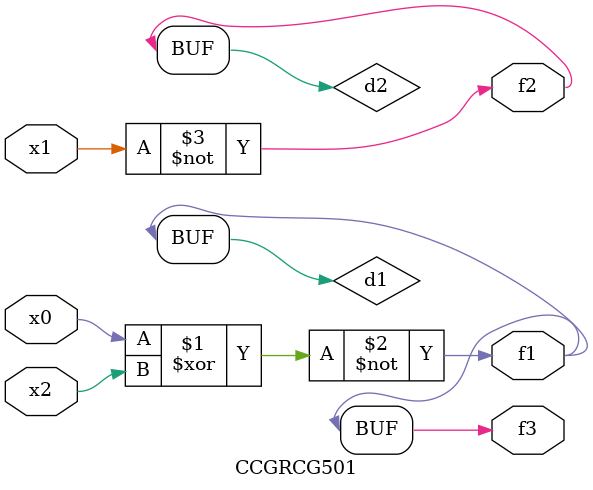
<source format=v>
module CCGRCG501(
	input x0, x1, x2,
	output f1, f2, f3
);

	wire d1, d2, d3;

	xnor (d1, x0, x2);
	nand (d2, x1);
	nor (d3, x1, x2);
	assign f1 = d1;
	assign f2 = d2;
	assign f3 = d1;
endmodule

</source>
